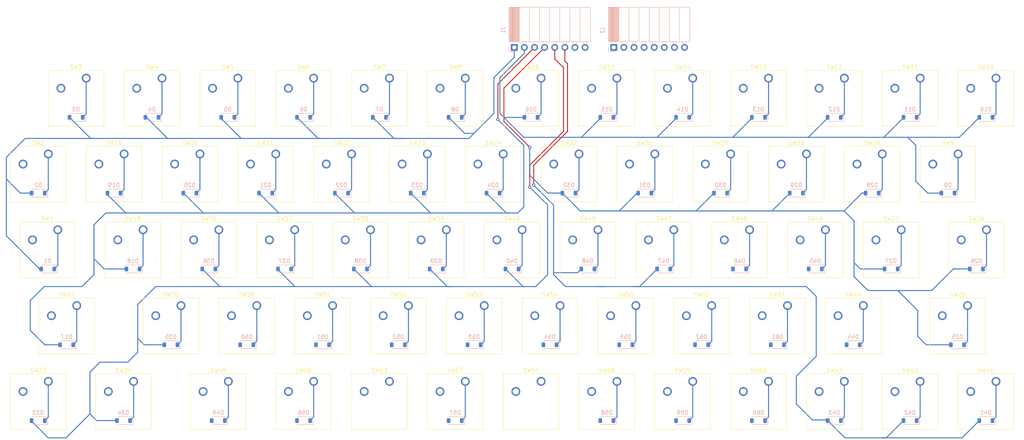
<source format=kicad_pcb>
(kicad_pcb (version 20221018) (generator pcbnew)

  (general
    (thickness 1.6)
  )

  (paper "A3")
  (layers
    (0 "F.Cu" signal)
    (31 "B.Cu" signal)
    (32 "B.Adhes" user "B.Adhesive")
    (33 "F.Adhes" user "F.Adhesive")
    (34 "B.Paste" user)
    (35 "F.Paste" user)
    (36 "B.SilkS" user "B.Silkscreen")
    (37 "F.SilkS" user "F.Silkscreen")
    (38 "B.Mask" user)
    (39 "F.Mask" user)
    (40 "Dwgs.User" user "User.Drawings")
    (41 "Cmts.User" user "User.Comments")
    (42 "Eco1.User" user "User.Eco1")
    (43 "Eco2.User" user "User.Eco2")
    (44 "Edge.Cuts" user)
    (45 "Margin" user)
    (46 "B.CrtYd" user "B.Courtyard")
    (47 "F.CrtYd" user "F.Courtyard")
    (48 "B.Fab" user)
    (49 "F.Fab" user)
    (50 "User.1" user)
    (51 "User.2" user)
    (52 "User.3" user)
    (53 "User.4" user)
    (54 "User.5" user)
    (55 "User.6" user)
    (56 "User.7" user)
    (57 "User.8" user)
    (58 "User.9" user)
  )

  (setup
    (pad_to_mask_clearance 0)
    (pcbplotparams
      (layerselection 0x00010fc_ffffffff)
      (plot_on_all_layers_selection 0x0000000_00000000)
      (disableapertmacros false)
      (usegerberextensions false)
      (usegerberattributes true)
      (usegerberadvancedattributes true)
      (creategerberjobfile true)
      (dashed_line_dash_ratio 12.000000)
      (dashed_line_gap_ratio 3.000000)
      (svgprecision 4)
      (plotframeref false)
      (viasonmask false)
      (mode 1)
      (useauxorigin false)
      (hpglpennumber 1)
      (hpglpenspeed 20)
      (hpglpendiameter 15.000000)
      (dxfpolygonmode true)
      (dxfimperialunits true)
      (dxfusepcbnewfont true)
      (psnegative false)
      (psa4output false)
      (plotreference true)
      (plotvalue true)
      (plotinvisibletext false)
      (sketchpadsonfab false)
      (subtractmaskfromsilk false)
      (outputformat 1)
      (mirror false)
      (drillshape 1)
      (scaleselection 1)
      (outputdirectory "")
    )
  )

  (net 0 "")
  (net 1 "Net-(D1-K)")
  (net 2 "Net-(D1-A)")
  (net 3 "Net-(D2-K)")
  (net 4 "Net-(D3-K)")
  (net 5 "Net-(D4-K)")
  (net 6 "Net-(D5-K)")
  (net 7 "Net-(D6-K)")
  (net 8 "Net-(D7-K)")
  (net 9 "Net-(D8-K)")
  (net 10 "Net-(D9-K)")
  (net 11 "Net-(D10-A)")
  (net 12 "Net-(D10-K)")
  (net 13 "Net-(D11-K)")
  (net 14 "Net-(D12-K)")
  (net 15 "Net-(D13-K)")
  (net 16 "Net-(D14-K)")
  (net 17 "Net-(D15-K)")
  (net 18 "Net-(D16-K)")
  (net 19 "Net-(D17-K)")
  (net 20 "Net-(D17-A)")
  (net 21 "Net-(D18-K)")
  (net 22 "Net-(D19-K)")
  (net 23 "Net-(D20-K)")
  (net 24 "Net-(D21-K)")
  (net 25 "Net-(D22-K)")
  (net 26 "Net-(D23-K)")
  (net 27 "Net-(D24-K)")
  (net 28 "Net-(D25-K)")
  (net 29 "Net-(D25-A)")
  (net 30 "Net-(D26-K)")
  (net 31 "Net-(D27-K)")
  (net 32 "Net-(D28-K)")
  (net 33 "Net-(D29-K)")
  (net 34 "Net-(D30-K)")
  (net 35 "Net-(D31-K)")
  (net 36 "Net-(D32-K)")
  (net 37 "Net-(D33-K)")
  (net 38 "Net-(D33-A)")
  (net 39 "Net-(D34-K)")
  (net 40 "Net-(D35-K)")
  (net 41 "Net-(D36-K)")
  (net 42 "Net-(D37-K)")
  (net 43 "Net-(D38-K)")
  (net 44 "Net-(D39-K)")
  (net 45 "Net-(D40-K)")
  (net 46 "Net-(D41-K)")
  (net 47 "Net-(D41-A)")
  (net 48 "Net-(D42-K)")
  (net 49 "Net-(D43-K)")
  (net 50 "Net-(D44-K)")
  (net 51 "Net-(D45-K)")
  (net 52 "Net-(D46-K)")
  (net 53 "Net-(D47-K)")
  (net 54 "Net-(D48-K)")
  (net 55 "Net-(D49-K)")
  (net 56 "Net-(D49-A)")
  (net 57 "Net-(D50-K)")
  (net 58 "Net-(D51-K)")
  (net 59 "Net-(D52-K)")
  (net 60 "Net-(D53-K)")
  (net 61 "Net-(D54-K)")
  (net 62 "Net-(D55-K)")
  (net 63 "Net-(D56-K)")
  (net 64 "Net-(D56-A)")
  (net 65 "Net-(D57-K)")
  (net 66 "Net-(D58-K)")
  (net 67 "Net-(D59-K)")
  (net 68 "Net-(D60-K)")
  (net 69 "Net-(D61-K)")
  (net 70 "Net-(D62-K)")
  (net 71 "Net-(J2-Pin_1)")
  (net 72 "Net-(J2-Pin_2)")
  (net 73 "Net-(J2-Pin_3)")
  (net 74 "Net-(J2-Pin_4)")
  (net 75 "Net-(J2-Pin_5)")
  (net 76 "Net-(J2-Pin_6)")
  (net 77 "Net-(J2-Pin_7)")
  (net 78 "Net-(J2-Pin_8)")
  (net 79 "unconnected-(SW63-Pad1)")
  (net 80 "unconnected-(SW63-Pad2)")
  (net 81 "unconnected-(SW64-Pad1)")
  (net 82 "unconnected-(SW64-Pad2)")

  (footprint "Button_Switch_Keyboard:SW_Cherry_MX_1.00u_PCB" (layer "F.Cu") (at 205.26375 197.32625))

  (footprint "Button_Switch_Keyboard:SW_Cherry_MX_1.25u_PCB" (layer "F.Cu") (at 140.97 197.32625))

  (footprint "Button_Switch_Keyboard:SW_Cherry_MX_1.00u_PCB" (layer "F.Cu") (at 333.85125 159.22625))

  (footprint "Button_Switch_Keyboard:SW_Cherry_MX_1.75u_PCB" (layer "F.Cu") (at 350.52 178.27625))

  (footprint "Button_Switch_Keyboard:SW_Cherry_MX_1.00u_PCB" (layer "F.Cu") (at 243.36375 197.32625))

  (footprint "Button_Switch_Keyboard:SW_Cherry_MX_1.00u_PCB" (layer "F.Cu") (at 229.07625 178.27625))

  (footprint "Button_Switch_Keyboard:SW_Cherry_MX_1.00u_PCB" (layer "F.Cu") (at 214.78875 140.17625))

  (footprint "Button_Switch_Keyboard:SW_Cherry_MX_1.00u_PCB" (layer "F.Cu") (at 157.63875 140.17625))

  (footprint "Button_Switch_Keyboard:SW_Cherry_MX_1.00u_PCB" (layer "F.Cu") (at 167.16375 121.12625))

  (footprint "Button_Switch_Keyboard:SW_Cherry_MX_1.00u_PCB" (layer "F.Cu") (at 276.70125 159.22625))

  (footprint "Button_Switch_Keyboard:SW_Cherry_MX_1.00u_PCB" (layer "F.Cu") (at 286.22625 178.27625))

  (footprint "Button_Switch_Keyboard:SW_Cherry_MX_1.00u_PCB" (layer "F.Cu") (at 262.41375 197.32625))

  (footprint "Button_Switch_Keyboard:SW_Cherry_MX_1.00u_PCB" (layer "F.Cu") (at 252.88875 140.17625))

  (footprint "Button_Switch_Keyboard:SW_Cherry_MX_1.75u_PCB" (layer "F.Cu") (at 126.6825 178.27625))

  (footprint "Button_Switch_Keyboard:SW_Cherry_MX_1.00u_PCB" (layer "F.Cu") (at 248.12625 178.27625))

  (footprint "Button_Switch_Keyboard:SW_Cherry_MX_1.00u_PCB" (layer "F.Cu") (at 181.45125 159.22625))

  (footprint "Button_Switch_Keyboard:SW_Cherry_MX_1.25u_PCB" (layer "F.Cu") (at 355.2825 159.22625))

  (footprint "Button_Switch_Keyboard:SW_Cherry_MX_1.00u_PCB" (layer "F.Cu") (at 310.03875 140.17625))

  (footprint "Button_Switch_Keyboard:SW_Cherry_MX_1.00u_PCB" (layer "F.Cu") (at 233.83875 140.17625))

  (footprint "Button_Switch_Keyboard:SW_Cherry_MX_1.00u_PCB" (layer "F.Cu") (at 324.32625 178.27625))

  (footprint "Button_Switch_Keyboard:SW_Cherry_MX_1.00u_PCB" (layer "F.Cu") (at 143.35125 159.22625))

  (footprint "Button_Switch_Keyboard:SW_Cherry_MX_1.00u_PCB" (layer "F.Cu") (at 238.60125 159.22625))

  (footprint "Button_Switch_Keyboard:SW_Cherry_MX_1.00u_PCB" (layer "F.Cu") (at 210.02625 178.27625))

  (footprint "Button_Switch_Keyboard:SW_Cherry_MX_1.00u_PCB" (layer "F.Cu") (at 171.92625 178.27625))

  (footprint "Button_Switch_Keyboard:SW_Cherry_MX_1.00u_PCB" (layer "F.Cu") (at 319.56375 121.12625))

  (footprint "Button_Switch_Keyboard:SW_Cherry_MX_1.00u_PCB" (layer "F.Cu") (at 186.21375 121.12625))

  (footprint "Button_Switch_Keyboard:SW_Cherry_MX_1.00u_PCB" (layer "F.Cu") (at 357.66375 197.32625))

  (footprint "Button_Switch_Keyboard:SW_Cherry_MX_1.00u_PCB" (layer "F.Cu") (at 224.31375 121.12625))

  (footprint "Button_Switch_Keyboard:SW_Cherry_MX_1.00u_PCB" (layer "F.Cu") (at 205.26375 121.12625))

  (footprint "Button_Switch_Keyboard:SW_Cherry_MX_1.00u_PCB" (layer "F.Cu") (at 119.53875 140.17625))

  (footprint "Button_Switch_Keyboard:SW_Cherry_MX_1.00u_PCB" (layer "F.Cu") (at 267.17625 178.27625))

  (footprint "Button_Switch_Keyboard:SW_Cherry_MX_1.00u_PCB" (layer "F.Cu") (at 290.98875 140.17625))

  (footprint "Button_Switch_Keyboard:SW_Cherry_MX_1.00u_PCB" (layer "F.Cu") (at 129.06375 121.12625))

  (footprint "Button_Switch_Keyboard:SW_Cherry_MX_1.00u_PCB" (layer "F.Cu") (at 319.56375 197.32625))

  (footprint "Button_Switch_Keyboard:SW_Cherry_MX_1.00u_PCB" (layer "F.Cu") (at 300.51375 197.32625))

  (footprint "Button_Switch_Keyboard:SW_Cherry_MX_1.00u_PCB" (layer "F.Cu") (at 271.93875 140.17625))

  (footprint "Button_Switch_Keyboard:SW_Cherry_MX_1.00u_PCB" (layer "F.Cu") (at 314.80125 159.22625))

  (footprint "Button_Switch_Keyboard:SW_Cherry_MX_1.00u_PCB" (layer "F.Cu") (at 348.13875 140.17625))

  (footprint "Button_Switch_Keyboard:SW_Cherry_MX_1.00u_PCB" (layer "F.Cu") (at 257.65125 159.22625))

  (footprint "Button_Switch_Keyboard:SW_Cherry_MX_1.00u_PCB" (layer "F.Cu") (at 300.51375 121.12625))

  (footprint "Button_Switch_Keyboard:SW_Cherry_MX_1.00u_PCB" (layer "F.Cu") (at 186.21375 197.32625))

  (footprint "Button_Switch_Keyboard:SW_Cherry_MX_1.25u_PCB" (layer "F.Cu")
    (tstamp a18bf5f9-e788-40ba-a91b-8b2efda1b6be)
    (at 121.92 159.22625)
    (descr "Cherry MX keyswitch, 1.25u, PCB mount, http://cherryamericas.com/wp-content/uploads/2014/12/mx_cat.pdf")
    (tags "Cherry MX keyswitch 1.25u PCB")
    (property "Sheetfile" "xantronix-z32.kicad_sch")
    (property "Sheetname" "")
    (property "ki_description" "Push button switch, generic, two pins")
    (property "ki_keywords" "switch normally-open pushbutton push-button")
    (path "/e76b9ee1-537d-4bb2-9fff-78ac2d601e07")
    (attr through_hole)
    (fp_text reference "SW1" (at -2.54 -2.794) (layer "F.SilkS")
        (effects (font (size 1 1) (thickness 0.15)))
      (tstamp 988b5319-14e2-4359-ac6a-47497a8c684a)
    )
    (fp_text value "SW_Push" (at -2.54 12.954) (layer "F.Fab")
        (effects (font (size 1 1) (thickness 0.15)))
      (tstamp c92f2bee-9db2-41b7-b81e-c0d25e6d89fc)
    )
    (fp_text user "${REFERENCE}" (at -2.54 -2.794) (layer "F.Fab")
        (effects (font (size 1 1) (thickness 0.15)))
      (tstamp 96fcb291-c433-4814-a3cf-a51eefbe09fd)
    )
    (fp_line (start -9.525 -1.905) (end 4.445 -1.905)
      (stroke (width 0.12) (type solid)) (layer "F.SilkS") (tstamp ea20c24e-61ef-41f6-88e3-7b6c070ddc32))
    (fp_line (start -9.525 12.065) (end -9.525 -1.905)
      (stroke (width 0.12) (type solid)) (layer "F.SilkS") (tstamp 5fa4a84d-75ae-4d2d-ad9e-48ce7698578c))
    (fp_line (start 4.445 -1.905) (end 4.445 12.065)
      (stroke (width 0.12) (type solid)) (layer "F.SilkS") (tstamp 66253bf2-e5b4-427d-8b4a-3b8b468bbcec))
    (fp_line (start 4.445 12.065) (end -9.525 12.065)
      (stroke (width 0.12) (type solid)) (layer "F.SilkS") (tstamp 9312d933-0465-43c2-a620-93c215eef9e7))
    (fp_line (start -14.44625 -4.445) (end 9.36625 -4.445)
      (stroke (width 0.15) (type solid)) (layer "Dwgs.User") (tstamp 7d01491d-09be-4a67-bcf0-116981247fee))
    (fp_line (start -14.44625 14.605) (end -14.44625 -4.445)
      (stroke (width 0.15) (type solid)) (layer "Dwgs.User") (tstamp e12cde89-d355-4d0b-9b41-59df053b810f))
    (fp_line (start 9.36625 -4.445) (end 9.36625 14.605)
      (stroke (width 0.15) (type solid)) (layer "Dwgs.User") (tstamp fff3cb0e-84d3-452d-b8d2-cb9899878e97))
    (fp_line (start 9.36625 14.605) (end -14.44625 14.605)
      (stroke (width 0.15) (type solid)) (layer "Dwgs.User") (tstamp 83232cba-482f-4edd
... [456122 chars truncated]
</source>
